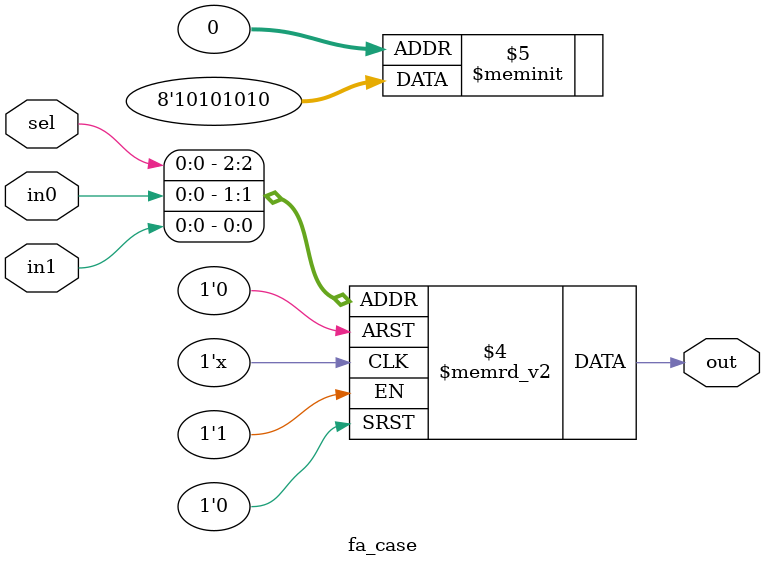
<source format=v>
module mux2to1_cond(	out,
			in0,
			in1,
			sel);

output		out		;
input		in0		;
input		in1		;
input		sel		;

assign	out = (sel)? in1 : in0	;

endmodule

module	mux2to1_if( out, in0, in1, sel);

output		out		;
input		in0		;
input		in1		;
input		sel		;

reg		out;

always @(in0 or in1 or sel) begin
	if(sel == 1'b0) begin
	    out = in0	;
	end else begin
	    out = in1	;
	end
	end
endmodule

module fa_case(		out,
			in0,
			in1,
			sel	);

output		out;
input		in0;
input		in1;
input		sel;

reg		out;

always @(in0 or in1 or sel) begin
	case( {sel, in0, in1} )
		3'b000 : {out} = 2'b00;
		3'b001 : {out} = 2'b01;
		3'b010 : {out} = 2'b10;
         	3'b011 : {out} = 2'b11;
		3'b100 : {out} = 2'b00;
		3'b101 : {out} = 2'b01;
		3'b110 : {out} = 2'b10;
		3'b111 : {out} = 2'b11;
	endcase
end
endmodule
		
</source>
